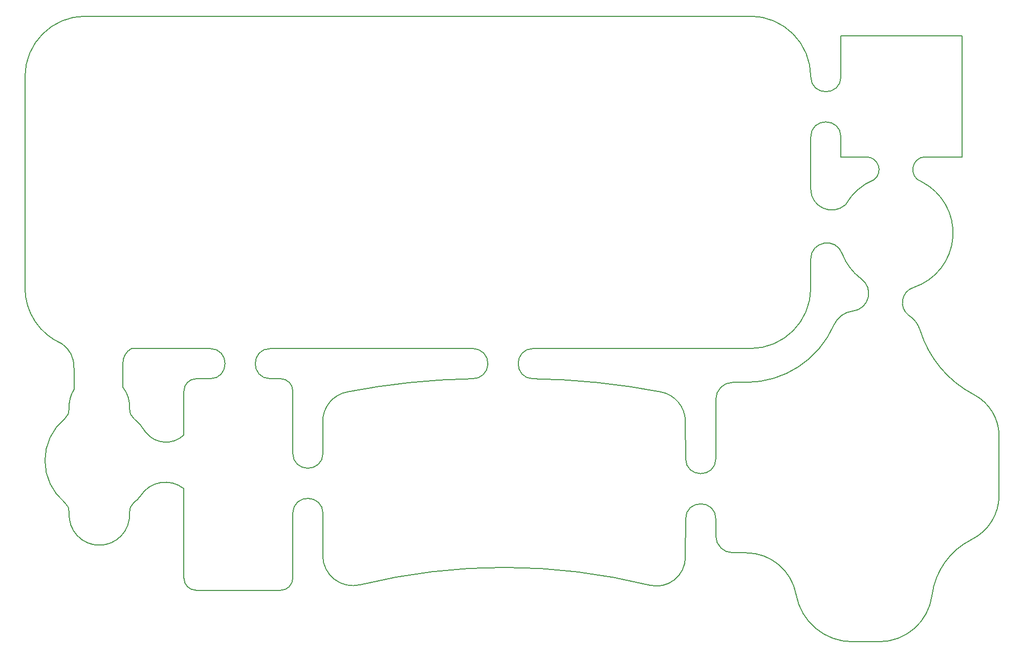
<source format=gm1>
%TF.GenerationSoftware,KiCad,Pcbnew,(6.0.9)*%
%TF.CreationDate,2022-11-09T22:31:11+01:00*%
%TF.ProjectId,libre-MIG-rounded,6c696272-652d-44d4-9947-2d726f756e64,v0.1*%
%TF.SameCoordinates,Original*%
%TF.FileFunction,Profile,NP*%
%FSLAX46Y46*%
G04 Gerber Fmt 4.6, Leading zero omitted, Abs format (unit mm)*
G04 Created by KiCad (PCBNEW (6.0.9)) date 2022-11-09 22:31:11*
%MOMM*%
%LPD*%
G01*
G04 APERTURE LIST*
%TA.AperFunction,Profile*%
%ADD10C,0.200000*%
%TD*%
G04 APERTURE END LIST*
D10*
X135012666Y-183497439D02*
G75*
G03*
X134287228Y-185185722I1269434J-1545461D01*
G01*
X266000000Y-126281026D02*
G75*
G03*
X265350000Y-130400000I0J-2110774D01*
G01*
X157600000Y-158000000D02*
G75*
G03*
X157600000Y-163000000I0J-2500000D01*
G01*
X159300000Y-198000000D02*
G75*
G03*
X161300000Y-196000000I0J2000000D01*
G01*
X125099956Y-161199998D02*
G75*
G03*
X123100000Y-157200000I-4556856J221598D01*
G01*
X166300000Y-175300000D02*
X166258569Y-170084530D01*
X226258493Y-170084530D02*
G75*
G03*
X222120591Y-165159404I-5000093J-70D01*
G01*
X278158131Y-172477000D02*
G75*
G03*
X273998484Y-165629123I-7716531J0D01*
G01*
X264000001Y-147900004D02*
G75*
G03*
X265350000Y-130400000I-2957771J9030244D01*
G01*
X252200028Y-142299990D02*
G75*
G03*
X247000000Y-143200000I-2522128J-900010D01*
G01*
X191000080Y-162997994D02*
G75*
G03*
X170397035Y-165158952I2138420J-119685606D01*
G01*
X257526369Y-130035167D02*
G75*
G03*
X252775000Y-134200000I3503731J-8789833D01*
G01*
X234100000Y-163600000D02*
G75*
G03*
X231300000Y-166400000I0J-2800000D01*
G01*
X124312808Y-185185725D02*
G75*
G03*
X123587357Y-183497412I-1994908J142825D01*
G01*
X272000000Y-106300000D02*
X272000000Y-126300000D01*
X247000000Y-113000000D02*
G75*
G03*
X237000000Y-103000000I-10000000J0D01*
G01*
X161300000Y-196000000D02*
X161300000Y-185200000D01*
X143300031Y-181199962D02*
G75*
G03*
X136100000Y-182400000I-3067031J-3797838D01*
G01*
X143299980Y-196000000D02*
X143300000Y-181200000D01*
X161300000Y-165000000D02*
G75*
G03*
X159300000Y-163000000I-2000000J0D01*
G01*
X157600000Y-158000000D02*
X191100000Y-158000000D01*
X226300000Y-186200000D02*
X226258509Y-192526030D01*
X143299980Y-165000000D02*
X143300000Y-172300000D01*
X258322800Y-206515700D02*
X253906000Y-206515700D01*
X201100000Y-158000000D02*
X237000000Y-158000000D01*
X236300000Y-163600000D02*
G75*
G03*
X250840089Y-154091701I0J15871500D01*
G01*
X133200000Y-160500000D02*
X133200000Y-164400000D01*
X116999997Y-148000000D02*
G75*
G03*
X123100000Y-157199999I10043203J36800D01*
G01*
X265106987Y-154999089D02*
G75*
G03*
X273998463Y-165629103I17188513J5343689D01*
G01*
X252000000Y-113000000D02*
X252000000Y-106292000D01*
X134287250Y-167900012D02*
G75*
G03*
X135012632Y-169588311I1994850J-142888D01*
G01*
X226300000Y-176200000D02*
G75*
G03*
X231300000Y-176200000I2500000J0D01*
G01*
X226300000Y-176200000D02*
X226258539Y-170084530D01*
X272000000Y-126300000D02*
X266000000Y-126281038D01*
X244581529Y-198721948D02*
G75*
G03*
X253906000Y-206515610I9324471J1681148D01*
G01*
X246994043Y-131600000D02*
G75*
G03*
X252775000Y-134200000I3475157J0D01*
G01*
X237000000Y-158000000D02*
G75*
G03*
X247000000Y-148000000I0J10000000D01*
G01*
X234100000Y-163600000D02*
X236300000Y-163600000D01*
X137000004Y-171899998D02*
G75*
G03*
X135012632Y-169588312I-7658804J-4574202D01*
G01*
X253950003Y-151800029D02*
G75*
G03*
X250840152Y-154091679I431497J-3841471D01*
G01*
X157600000Y-163000000D02*
X159300000Y-163000000D01*
X191000080Y-162998002D02*
G75*
G03*
X191100000Y-158000000I99920J2498002D01*
G01*
X231300000Y-186200000D02*
G75*
G03*
X226300000Y-186200000I-2500000J0D01*
G01*
X145299980Y-163000080D02*
G75*
G03*
X143299980Y-165000000I-80J-1999920D01*
G01*
X252000000Y-123000000D02*
G75*
G03*
X247000000Y-123000000I-2500000J0D01*
G01*
X247000000Y-148000000D02*
X247000000Y-143200000D01*
X252000000Y-126300000D02*
X252000000Y-123000000D01*
X258322800Y-206515640D02*
G75*
G03*
X267067369Y-198817149I0J8815640D01*
G01*
X166258559Y-192237130D02*
G75*
G03*
X172449003Y-197093342I4999941J-70D01*
G01*
X124312771Y-185185727D02*
G75*
G03*
X134287229Y-185185727I4987229J-357139D01*
G01*
X252000000Y-106292000D02*
X272000000Y-106292000D01*
X161300000Y-165000000D02*
X161300000Y-175300000D01*
X265106974Y-154999093D02*
G75*
G03*
X263200000Y-152499999I-4371874J-1358907D01*
G01*
X127000000Y-103000000D02*
G75*
G03*
X117000000Y-113000000I0J-10000000D01*
G01*
X273636828Y-189588364D02*
G75*
G03*
X278158080Y-182297770I-3617428J7290564D01*
G01*
X170396492Y-165159436D02*
G75*
G03*
X166258569Y-170084530I862008J-4925064D01*
G01*
X136999967Y-171900026D02*
G75*
G03*
X143300000Y-172300000I3333033J2682726D01*
G01*
X145299980Y-198000000D02*
X159300000Y-198000000D01*
X117000000Y-113000000D02*
X117000000Y-148000000D01*
X278158100Y-172477000D02*
X278158100Y-182297770D01*
X231300000Y-189000000D02*
X231300000Y-186200000D01*
X264000016Y-147900052D02*
G75*
G03*
X263200000Y-152499999I794084J-2507648D01*
G01*
X135007048Y-183497422D02*
G75*
G03*
X136094398Y-182400000I-2486448J3551022D01*
G01*
X166301999Y-185300000D02*
G75*
G03*
X161300000Y-185200000I-2501999J0D01*
G01*
X220335298Y-197159505D02*
G75*
G03*
X172449006Y-197093488I-24076998J-97057995D01*
G01*
X247000000Y-123000000D02*
X246994123Y-131600000D01*
X147600000Y-163000000D02*
G75*
G03*
X147600000Y-158000000I0J2500000D01*
G01*
X257524245Y-130029839D02*
G75*
G03*
X256200000Y-126300000I-1324245J1629839D01*
G01*
X147600000Y-158000000D02*
X134600000Y-158000000D01*
X253950005Y-151800047D02*
G75*
G03*
X255325000Y-146450000I-314905J2932647D01*
G01*
X222120591Y-165159405D02*
G75*
G03*
X201100000Y-163000001I-22941291J-119929095D01*
G01*
X252199980Y-142300008D02*
G75*
G03*
X255325000Y-146450000I8733920J3325208D01*
G01*
X123587382Y-169588328D02*
G75*
G03*
X124312772Y-167900010I-1269482J1545428D01*
G01*
X166301999Y-185300000D02*
X166258539Y-192237130D01*
X256200000Y-126300000D02*
X252000000Y-126300000D01*
X125100000Y-161200000D02*
X125100000Y-164800000D01*
X201100000Y-158000000D02*
G75*
G03*
X201100000Y-163000000I0J-2500000D01*
G01*
X237000000Y-103000000D02*
X127000000Y-103000000D01*
X247000000Y-113000000D02*
G75*
G03*
X252000000Y-113000000I2500000J0D01*
G01*
X231300000Y-176200000D02*
X231300000Y-166400000D01*
X234100000Y-191800000D02*
X236300000Y-191800000D01*
X220335345Y-197159383D02*
G75*
G03*
X226258509Y-192526030I1149355J4633383D01*
G01*
X273636854Y-189588328D02*
G75*
G03*
X267067343Y-198817117I5333746J-10749472D01*
G01*
X125100011Y-164800007D02*
G75*
G03*
X124312772Y-167900010I4391189J-2765093D01*
G01*
X161300000Y-175300000D02*
G75*
G03*
X166300000Y-175300000I2500000J0D01*
G01*
X231300000Y-189000000D02*
G75*
G03*
X234100000Y-191800000I2800000J0D01*
G01*
X244581584Y-198722023D02*
G75*
G03*
X236300000Y-191800000I-8281584J-1493077D01*
G01*
X147600000Y-163000000D02*
X145299980Y-163000000D01*
X134600007Y-158000013D02*
G75*
G03*
X133200000Y-160500000I1336393J-2390387D01*
G01*
X143300000Y-196000000D02*
G75*
G03*
X145299980Y-198000000I2000000J0D01*
G01*
X134287233Y-167900010D02*
G75*
G03*
X133200000Y-164400000I-5072033J343310D01*
G01*
X123587357Y-169588328D02*
G75*
G03*
X123587304Y-183497368I5712643J-6954542D01*
G01*
M02*

</source>
